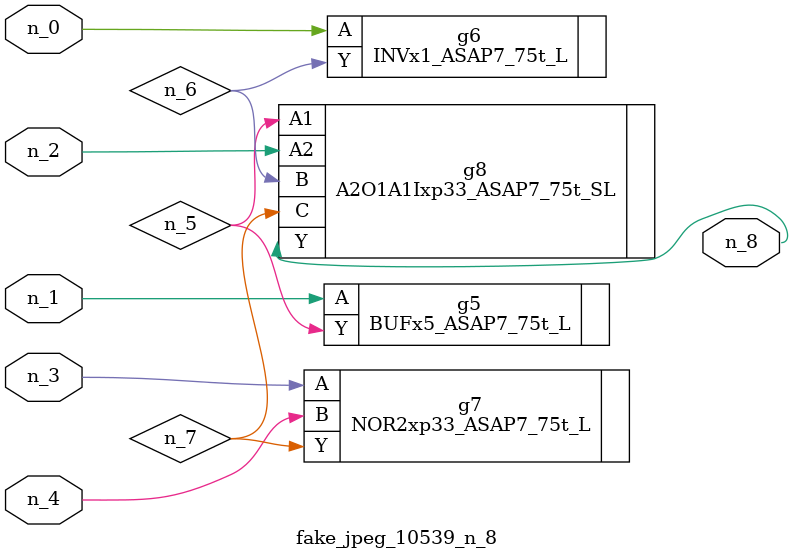
<source format=v>
module fake_jpeg_10539_n_8 (n_3, n_2, n_1, n_0, n_4, n_8);

input n_3;
input n_2;
input n_1;
input n_0;
input n_4;

output n_8;

wire n_6;
wire n_5;
wire n_7;

BUFx5_ASAP7_75t_L g5 ( 
.A(n_1),
.Y(n_5)
);

INVx1_ASAP7_75t_L g6 ( 
.A(n_0),
.Y(n_6)
);

NOR2xp33_ASAP7_75t_L g7 ( 
.A(n_3),
.B(n_4),
.Y(n_7)
);

A2O1A1Ixp33_ASAP7_75t_SL g8 ( 
.A1(n_5),
.A2(n_2),
.B(n_6),
.C(n_7),
.Y(n_8)
);


endmodule
</source>
